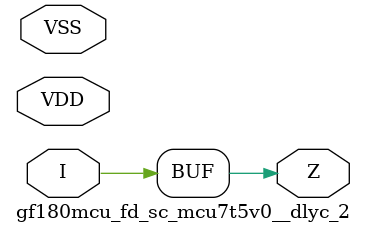
<source format=v>

module gf180mcu_fd_sc_mcu7t5v0__dlyc_2( I, Z, VDD, VSS );
input I;
inout VDD, VSS;
output Z;

	buf MGM_BG_0( Z, I );

endmodule

</source>
